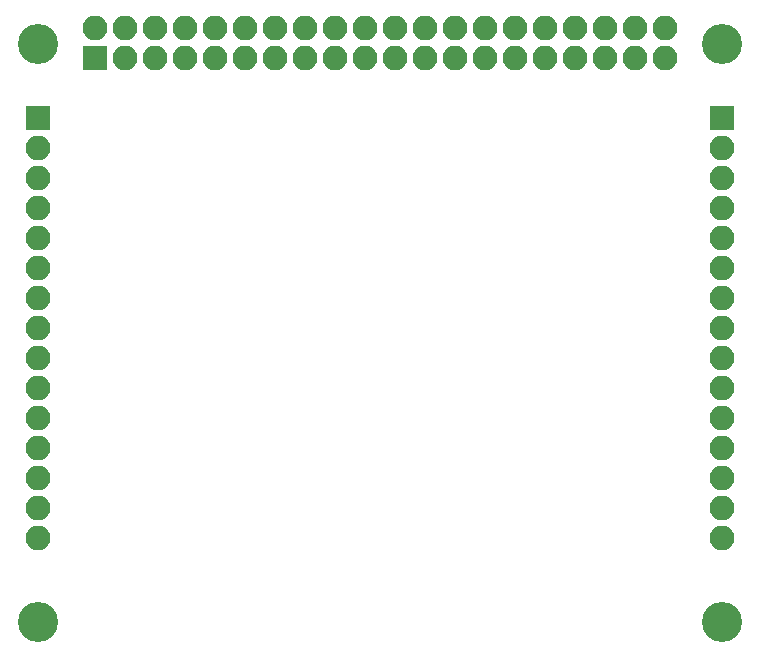
<source format=gbr>
G04 #@! TF.GenerationSoftware,KiCad,Pcbnew,(5.0.0-3-g5ebb6b6)*
G04 #@! TF.CreationDate,2019-05-19T23:31:11+02:00*
G04 #@! TF.ProjectId,RTC Board,52544320426F6172642E6B696361645F,rev?*
G04 #@! TF.SameCoordinates,Original*
G04 #@! TF.FileFunction,Soldermask,Bot*
G04 #@! TF.FilePolarity,Negative*
%FSLAX46Y46*%
G04 Gerber Fmt 4.6, Leading zero omitted, Abs format (unit mm)*
G04 Created by KiCad (PCBNEW (5.0.0-3-g5ebb6b6)) date Sunday, 19 May 2019 at 23:31:11*
%MOMM*%
%LPD*%
G01*
G04 APERTURE LIST*
%ADD10C,3.400000*%
%ADD11R,2.100000X2.100000*%
%ADD12O,2.100000X2.100000*%
G04 APERTURE END LIST*
D10*
G04 #@! TO.C,REF\002A\002A*
X148100000Y-109950000D03*
G04 #@! TD*
G04 #@! TO.C,REF\002A\002A*
X90175000Y-109975000D03*
G04 #@! TD*
G04 #@! TO.C,REF\002A\002A*
X90175000Y-60975000D03*
G04 #@! TD*
D11*
G04 #@! TO.C,J6*
X94996000Y-62230000D03*
D12*
X94996000Y-59690000D03*
X97536000Y-62230000D03*
X97536000Y-59690000D03*
X100076000Y-62230000D03*
X100076000Y-59690000D03*
X102616000Y-62230000D03*
X102616000Y-59690000D03*
X105156000Y-62230000D03*
X105156000Y-59690000D03*
X107696000Y-62230000D03*
X107696000Y-59690000D03*
X110236000Y-62230000D03*
X110236000Y-59690000D03*
X112776000Y-62230000D03*
X112776000Y-59690000D03*
X115316000Y-62230000D03*
X115316000Y-59690000D03*
X117856000Y-62230000D03*
X117856000Y-59690000D03*
X120396000Y-62230000D03*
X120396000Y-59690000D03*
X122936000Y-62230000D03*
X122936000Y-59690000D03*
X125476000Y-62230000D03*
X125476000Y-59690000D03*
X128016000Y-62230000D03*
X128016000Y-59690000D03*
X130556000Y-62230000D03*
X130556000Y-59690000D03*
X133096000Y-62230000D03*
X133096000Y-59690000D03*
X135636000Y-62230000D03*
X135636000Y-59690000D03*
X138176000Y-62230000D03*
X138176000Y-59690000D03*
X140716000Y-62230000D03*
X140716000Y-59690000D03*
X143256000Y-62230000D03*
X143256000Y-59690000D03*
G04 #@! TD*
G04 #@! TO.C,J1*
X148082000Y-102870000D03*
X148082000Y-100330000D03*
X148082000Y-97790000D03*
X148082000Y-95250000D03*
X148082000Y-92710000D03*
X148082000Y-90170000D03*
X148082000Y-87630000D03*
X148082000Y-85090000D03*
X148082000Y-82550000D03*
X148082000Y-80010000D03*
X148082000Y-77470000D03*
X148082000Y-74930000D03*
X148082000Y-72390000D03*
X148082000Y-69850000D03*
D11*
X148082000Y-67310000D03*
G04 #@! TD*
G04 #@! TO.C,J7*
X90170000Y-67310000D03*
D12*
X90170000Y-69850000D03*
X90170000Y-72390000D03*
X90170000Y-74930000D03*
X90170000Y-77470000D03*
X90170000Y-80010000D03*
X90170000Y-82550000D03*
X90170000Y-85090000D03*
X90170000Y-87630000D03*
X90170000Y-90170000D03*
X90170000Y-92710000D03*
X90170000Y-95250000D03*
X90170000Y-97790000D03*
X90170000Y-100330000D03*
X90170000Y-102870000D03*
G04 #@! TD*
D10*
G04 #@! TO.C,REF\002A\002A*
X148100000Y-60975000D03*
G04 #@! TD*
M02*

</source>
